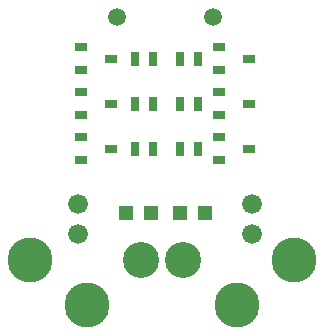
<source format=gts>
G04 (created by PCBNEW (2013-07-07 BZR 4022)-stable) date 8/24/2014 7:03:50 PM*
%MOIN*%
G04 Gerber Fmt 3.4, Leading zero omitted, Abs format*
%FSLAX34Y34*%
G01*
G70*
G90*
G04 APERTURE LIST*
%ADD10C,0.00590551*%
%ADD11R,0.0394X0.0276*%
%ADD12R,0.025X0.045*%
%ADD13C,0.0590551*%
%ADD14C,0.066*%
%ADD15R,0.0472X0.0472*%
%ADD16C,0.15*%
%ADD17C,0.12*%
G04 APERTURE END LIST*
G54D10*
G54D11*
X59900Y-68700D03*
X58900Y-69075D03*
X58900Y-68325D03*
X59900Y-71700D03*
X58900Y-72075D03*
X58900Y-71325D03*
X59900Y-70200D03*
X58900Y-70575D03*
X58900Y-69825D03*
X64500Y-68700D03*
X63500Y-69075D03*
X63500Y-68325D03*
X64500Y-70200D03*
X63500Y-70575D03*
X63500Y-69825D03*
X64500Y-71700D03*
X63500Y-72075D03*
X63500Y-71325D03*
G54D12*
X61300Y-71700D03*
X60700Y-71700D03*
X61300Y-70200D03*
X60700Y-70200D03*
X61300Y-68700D03*
X60700Y-68700D03*
X62800Y-71700D03*
X62200Y-71700D03*
X62800Y-70200D03*
X62200Y-70200D03*
X62800Y-68700D03*
X62200Y-68700D03*
G54D13*
X63300Y-67300D03*
X60100Y-67300D03*
G54D14*
X58800Y-74550D03*
X58800Y-73550D03*
X64600Y-74550D03*
X64600Y-73550D03*
G54D15*
X61213Y-73850D03*
X60387Y-73850D03*
X63013Y-73850D03*
X62187Y-73850D03*
G54D16*
X57200Y-75400D03*
G54D17*
X60900Y-75400D03*
G54D16*
X59100Y-76900D03*
X64100Y-76900D03*
G54D17*
X62300Y-75400D03*
G54D16*
X66000Y-75400D03*
M02*

</source>
